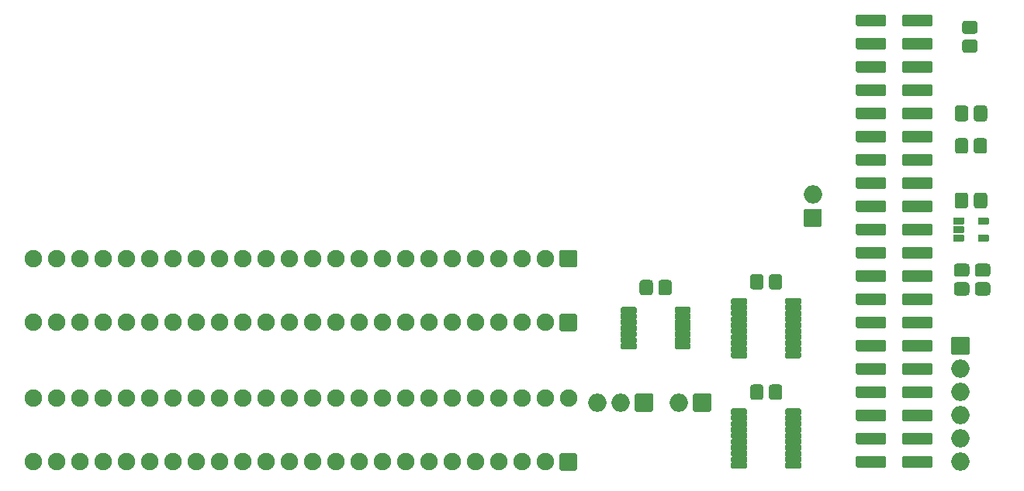
<source format=gbr>
G04 #@! TF.GenerationSoftware,KiCad,Pcbnew,(5.1.9)-1*
G04 #@! TF.CreationDate,2021-04-27T11:27:47+01:00*
G04 #@! TF.ProjectId,RGBtoHDMI Amiga Denise - solarmon - Rev 2 - TSSOP,52474274-6f48-4444-9d49-20416d696761,2 (TSSOP)*
G04 #@! TF.SameCoordinates,Original*
G04 #@! TF.FileFunction,Soldermask,Top*
G04 #@! TF.FilePolarity,Negative*
%FSLAX46Y46*%
G04 Gerber Fmt 4.6, Leading zero omitted, Abs format (unit mm)*
G04 Created by KiCad (PCBNEW (5.1.9)-1) date 2021-04-27 11:27:47*
%MOMM*%
%LPD*%
G01*
G04 APERTURE LIST*
%ADD10O,2.000000X2.000000*%
%ADD11O,1.900000X1.900000*%
%ADD12C,1.900000*%
G04 APERTURE END LIST*
G36*
G01*
X207345000Y-51254829D02*
X207345000Y-52377171D01*
G75*
G02*
X207031171Y-52691000I-313829J0D01*
G01*
X206183829Y-52691000D01*
G75*
G02*
X205870000Y-52377171I0J313829D01*
G01*
X205870000Y-51254829D01*
G75*
G02*
X206183829Y-50941000I313829J0D01*
G01*
X207031171Y-50941000D01*
G75*
G02*
X207345000Y-51254829I0J-313829D01*
G01*
G37*
G36*
G01*
X209420000Y-51254829D02*
X209420000Y-52377171D01*
G75*
G02*
X209106171Y-52691000I-313829J0D01*
G01*
X208258829Y-52691000D01*
G75*
G02*
X207945000Y-52377171I0J313829D01*
G01*
X207945000Y-51254829D01*
G75*
G02*
X208258829Y-50941000I313829J0D01*
G01*
X209106171Y-50941000D01*
G75*
G02*
X209420000Y-51254829I0J-313829D01*
G01*
G37*
G36*
G01*
X195093000Y-80891000D02*
X195093000Y-79891000D01*
G75*
G02*
X195243000Y-79741000I150000J0D01*
G01*
X198243000Y-79741000D01*
G75*
G02*
X198393000Y-79891000I0J-150000D01*
G01*
X198393000Y-80891000D01*
G75*
G02*
X198243000Y-81041000I-150000J0D01*
G01*
X195243000Y-81041000D01*
G75*
G02*
X195093000Y-80891000I0J150000D01*
G01*
G37*
G36*
G01*
X200133000Y-80891000D02*
X200133000Y-79891000D01*
G75*
G02*
X200283000Y-79741000I150000J0D01*
G01*
X203283000Y-79741000D01*
G75*
G02*
X203433000Y-79891000I0J-150000D01*
G01*
X203433000Y-80891000D01*
G75*
G02*
X203283000Y-81041000I-150000J0D01*
G01*
X200283000Y-81041000D01*
G75*
G02*
X200133000Y-80891000I0J150000D01*
G01*
G37*
G36*
G01*
X195093000Y-78351000D02*
X195093000Y-77351000D01*
G75*
G02*
X195243000Y-77201000I150000J0D01*
G01*
X198243000Y-77201000D01*
G75*
G02*
X198393000Y-77351000I0J-150000D01*
G01*
X198393000Y-78351000D01*
G75*
G02*
X198243000Y-78501000I-150000J0D01*
G01*
X195243000Y-78501000D01*
G75*
G02*
X195093000Y-78351000I0J150000D01*
G01*
G37*
G36*
G01*
X200133000Y-78351000D02*
X200133000Y-77351000D01*
G75*
G02*
X200283000Y-77201000I150000J0D01*
G01*
X203283000Y-77201000D01*
G75*
G02*
X203433000Y-77351000I0J-150000D01*
G01*
X203433000Y-78351000D01*
G75*
G02*
X203283000Y-78501000I-150000J0D01*
G01*
X200283000Y-78501000D01*
G75*
G02*
X200133000Y-78351000I0J150000D01*
G01*
G37*
G36*
G01*
X195093000Y-75811000D02*
X195093000Y-74811000D01*
G75*
G02*
X195243000Y-74661000I150000J0D01*
G01*
X198243000Y-74661000D01*
G75*
G02*
X198393000Y-74811000I0J-150000D01*
G01*
X198393000Y-75811000D01*
G75*
G02*
X198243000Y-75961000I-150000J0D01*
G01*
X195243000Y-75961000D01*
G75*
G02*
X195093000Y-75811000I0J150000D01*
G01*
G37*
G36*
G01*
X200133000Y-75811000D02*
X200133000Y-74811000D01*
G75*
G02*
X200283000Y-74661000I150000J0D01*
G01*
X203283000Y-74661000D01*
G75*
G02*
X203433000Y-74811000I0J-150000D01*
G01*
X203433000Y-75811000D01*
G75*
G02*
X203283000Y-75961000I-150000J0D01*
G01*
X200283000Y-75961000D01*
G75*
G02*
X200133000Y-75811000I0J150000D01*
G01*
G37*
G36*
G01*
X195093000Y-73271000D02*
X195093000Y-72271000D01*
G75*
G02*
X195243000Y-72121000I150000J0D01*
G01*
X198243000Y-72121000D01*
G75*
G02*
X198393000Y-72271000I0J-150000D01*
G01*
X198393000Y-73271000D01*
G75*
G02*
X198243000Y-73421000I-150000J0D01*
G01*
X195243000Y-73421000D01*
G75*
G02*
X195093000Y-73271000I0J150000D01*
G01*
G37*
G36*
G01*
X200133000Y-73271000D02*
X200133000Y-72271000D01*
G75*
G02*
X200283000Y-72121000I150000J0D01*
G01*
X203283000Y-72121000D01*
G75*
G02*
X203433000Y-72271000I0J-150000D01*
G01*
X203433000Y-73271000D01*
G75*
G02*
X203283000Y-73421000I-150000J0D01*
G01*
X200283000Y-73421000D01*
G75*
G02*
X200133000Y-73271000I0J150000D01*
G01*
G37*
G36*
G01*
X195093000Y-70731000D02*
X195093000Y-69731000D01*
G75*
G02*
X195243000Y-69581000I150000J0D01*
G01*
X198243000Y-69581000D01*
G75*
G02*
X198393000Y-69731000I0J-150000D01*
G01*
X198393000Y-70731000D01*
G75*
G02*
X198243000Y-70881000I-150000J0D01*
G01*
X195243000Y-70881000D01*
G75*
G02*
X195093000Y-70731000I0J150000D01*
G01*
G37*
G36*
G01*
X200133000Y-70731000D02*
X200133000Y-69731000D01*
G75*
G02*
X200283000Y-69581000I150000J0D01*
G01*
X203283000Y-69581000D01*
G75*
G02*
X203433000Y-69731000I0J-150000D01*
G01*
X203433000Y-70731000D01*
G75*
G02*
X203283000Y-70881000I-150000J0D01*
G01*
X200283000Y-70881000D01*
G75*
G02*
X200133000Y-70731000I0J150000D01*
G01*
G37*
G36*
G01*
X195093000Y-68191000D02*
X195093000Y-67191000D01*
G75*
G02*
X195243000Y-67041000I150000J0D01*
G01*
X198243000Y-67041000D01*
G75*
G02*
X198393000Y-67191000I0J-150000D01*
G01*
X198393000Y-68191000D01*
G75*
G02*
X198243000Y-68341000I-150000J0D01*
G01*
X195243000Y-68341000D01*
G75*
G02*
X195093000Y-68191000I0J150000D01*
G01*
G37*
G36*
G01*
X200133000Y-68191000D02*
X200133000Y-67191000D01*
G75*
G02*
X200283000Y-67041000I150000J0D01*
G01*
X203283000Y-67041000D01*
G75*
G02*
X203433000Y-67191000I0J-150000D01*
G01*
X203433000Y-68191000D01*
G75*
G02*
X203283000Y-68341000I-150000J0D01*
G01*
X200283000Y-68341000D01*
G75*
G02*
X200133000Y-68191000I0J150000D01*
G01*
G37*
G36*
G01*
X195093000Y-65651000D02*
X195093000Y-64651000D01*
G75*
G02*
X195243000Y-64501000I150000J0D01*
G01*
X198243000Y-64501000D01*
G75*
G02*
X198393000Y-64651000I0J-150000D01*
G01*
X198393000Y-65651000D01*
G75*
G02*
X198243000Y-65801000I-150000J0D01*
G01*
X195243000Y-65801000D01*
G75*
G02*
X195093000Y-65651000I0J150000D01*
G01*
G37*
G36*
G01*
X200133000Y-65651000D02*
X200133000Y-64651000D01*
G75*
G02*
X200283000Y-64501000I150000J0D01*
G01*
X203283000Y-64501000D01*
G75*
G02*
X203433000Y-64651000I0J-150000D01*
G01*
X203433000Y-65651000D01*
G75*
G02*
X203283000Y-65801000I-150000J0D01*
G01*
X200283000Y-65801000D01*
G75*
G02*
X200133000Y-65651000I0J150000D01*
G01*
G37*
G36*
G01*
X195093000Y-63111000D02*
X195093000Y-62111000D01*
G75*
G02*
X195243000Y-61961000I150000J0D01*
G01*
X198243000Y-61961000D01*
G75*
G02*
X198393000Y-62111000I0J-150000D01*
G01*
X198393000Y-63111000D01*
G75*
G02*
X198243000Y-63261000I-150000J0D01*
G01*
X195243000Y-63261000D01*
G75*
G02*
X195093000Y-63111000I0J150000D01*
G01*
G37*
G36*
G01*
X200133000Y-63111000D02*
X200133000Y-62111000D01*
G75*
G02*
X200283000Y-61961000I150000J0D01*
G01*
X203283000Y-61961000D01*
G75*
G02*
X203433000Y-62111000I0J-150000D01*
G01*
X203433000Y-63111000D01*
G75*
G02*
X203283000Y-63261000I-150000J0D01*
G01*
X200283000Y-63261000D01*
G75*
G02*
X200133000Y-63111000I0J150000D01*
G01*
G37*
G36*
G01*
X195093000Y-60571000D02*
X195093000Y-59571000D01*
G75*
G02*
X195243000Y-59421000I150000J0D01*
G01*
X198243000Y-59421000D01*
G75*
G02*
X198393000Y-59571000I0J-150000D01*
G01*
X198393000Y-60571000D01*
G75*
G02*
X198243000Y-60721000I-150000J0D01*
G01*
X195243000Y-60721000D01*
G75*
G02*
X195093000Y-60571000I0J150000D01*
G01*
G37*
G36*
G01*
X200133000Y-60571000D02*
X200133000Y-59571000D01*
G75*
G02*
X200283000Y-59421000I150000J0D01*
G01*
X203283000Y-59421000D01*
G75*
G02*
X203433000Y-59571000I0J-150000D01*
G01*
X203433000Y-60571000D01*
G75*
G02*
X203283000Y-60721000I-150000J0D01*
G01*
X200283000Y-60721000D01*
G75*
G02*
X200133000Y-60571000I0J150000D01*
G01*
G37*
G36*
G01*
X195093000Y-58031000D02*
X195093000Y-57031000D01*
G75*
G02*
X195243000Y-56881000I150000J0D01*
G01*
X198243000Y-56881000D01*
G75*
G02*
X198393000Y-57031000I0J-150000D01*
G01*
X198393000Y-58031000D01*
G75*
G02*
X198243000Y-58181000I-150000J0D01*
G01*
X195243000Y-58181000D01*
G75*
G02*
X195093000Y-58031000I0J150000D01*
G01*
G37*
G36*
G01*
X200133000Y-58031000D02*
X200133000Y-57031000D01*
G75*
G02*
X200283000Y-56881000I150000J0D01*
G01*
X203283000Y-56881000D01*
G75*
G02*
X203433000Y-57031000I0J-150000D01*
G01*
X203433000Y-58031000D01*
G75*
G02*
X203283000Y-58181000I-150000J0D01*
G01*
X200283000Y-58181000D01*
G75*
G02*
X200133000Y-58031000I0J150000D01*
G01*
G37*
G36*
G01*
X195093000Y-55491000D02*
X195093000Y-54491000D01*
G75*
G02*
X195243000Y-54341000I150000J0D01*
G01*
X198243000Y-54341000D01*
G75*
G02*
X198393000Y-54491000I0J-150000D01*
G01*
X198393000Y-55491000D01*
G75*
G02*
X198243000Y-55641000I-150000J0D01*
G01*
X195243000Y-55641000D01*
G75*
G02*
X195093000Y-55491000I0J150000D01*
G01*
G37*
G36*
G01*
X200133000Y-55491000D02*
X200133000Y-54491000D01*
G75*
G02*
X200283000Y-54341000I150000J0D01*
G01*
X203283000Y-54341000D01*
G75*
G02*
X203433000Y-54491000I0J-150000D01*
G01*
X203433000Y-55491000D01*
G75*
G02*
X203283000Y-55641000I-150000J0D01*
G01*
X200283000Y-55641000D01*
G75*
G02*
X200133000Y-55491000I0J150000D01*
G01*
G37*
G36*
G01*
X195093000Y-52951000D02*
X195093000Y-51951000D01*
G75*
G02*
X195243000Y-51801000I150000J0D01*
G01*
X198243000Y-51801000D01*
G75*
G02*
X198393000Y-51951000I0J-150000D01*
G01*
X198393000Y-52951000D01*
G75*
G02*
X198243000Y-53101000I-150000J0D01*
G01*
X195243000Y-53101000D01*
G75*
G02*
X195093000Y-52951000I0J150000D01*
G01*
G37*
G36*
G01*
X200133000Y-52951000D02*
X200133000Y-51951000D01*
G75*
G02*
X200283000Y-51801000I150000J0D01*
G01*
X203283000Y-51801000D01*
G75*
G02*
X203433000Y-51951000I0J-150000D01*
G01*
X203433000Y-52951000D01*
G75*
G02*
X203283000Y-53101000I-150000J0D01*
G01*
X200283000Y-53101000D01*
G75*
G02*
X200133000Y-52951000I0J150000D01*
G01*
G37*
G36*
G01*
X195093000Y-50411000D02*
X195093000Y-49411000D01*
G75*
G02*
X195243000Y-49261000I150000J0D01*
G01*
X198243000Y-49261000D01*
G75*
G02*
X198393000Y-49411000I0J-150000D01*
G01*
X198393000Y-50411000D01*
G75*
G02*
X198243000Y-50561000I-150000J0D01*
G01*
X195243000Y-50561000D01*
G75*
G02*
X195093000Y-50411000I0J150000D01*
G01*
G37*
G36*
G01*
X200133000Y-50411000D02*
X200133000Y-49411000D01*
G75*
G02*
X200283000Y-49261000I150000J0D01*
G01*
X203283000Y-49261000D01*
G75*
G02*
X203433000Y-49411000I0J-150000D01*
G01*
X203433000Y-50411000D01*
G75*
G02*
X203283000Y-50561000I-150000J0D01*
G01*
X200283000Y-50561000D01*
G75*
G02*
X200133000Y-50411000I0J150000D01*
G01*
G37*
G36*
G01*
X195093000Y-47871000D02*
X195093000Y-46871000D01*
G75*
G02*
X195243000Y-46721000I150000J0D01*
G01*
X198243000Y-46721000D01*
G75*
G02*
X198393000Y-46871000I0J-150000D01*
G01*
X198393000Y-47871000D01*
G75*
G02*
X198243000Y-48021000I-150000J0D01*
G01*
X195243000Y-48021000D01*
G75*
G02*
X195093000Y-47871000I0J150000D01*
G01*
G37*
G36*
G01*
X200133000Y-47871000D02*
X200133000Y-46871000D01*
G75*
G02*
X200283000Y-46721000I150000J0D01*
G01*
X203283000Y-46721000D01*
G75*
G02*
X203433000Y-46871000I0J-150000D01*
G01*
X203433000Y-47871000D01*
G75*
G02*
X203283000Y-48021000I-150000J0D01*
G01*
X200283000Y-48021000D01*
G75*
G02*
X200133000Y-47871000I0J150000D01*
G01*
G37*
G36*
G01*
X195093000Y-45331000D02*
X195093000Y-44331000D01*
G75*
G02*
X195243000Y-44181000I150000J0D01*
G01*
X198243000Y-44181000D01*
G75*
G02*
X198393000Y-44331000I0J-150000D01*
G01*
X198393000Y-45331000D01*
G75*
G02*
X198243000Y-45481000I-150000J0D01*
G01*
X195243000Y-45481000D01*
G75*
G02*
X195093000Y-45331000I0J150000D01*
G01*
G37*
G36*
G01*
X200133000Y-45331000D02*
X200133000Y-44331000D01*
G75*
G02*
X200283000Y-44181000I150000J0D01*
G01*
X203283000Y-44181000D01*
G75*
G02*
X203433000Y-44331000I0J-150000D01*
G01*
X203433000Y-45331000D01*
G75*
G02*
X203283000Y-45481000I-150000J0D01*
G01*
X200283000Y-45481000D01*
G75*
G02*
X200133000Y-45331000I0J150000D01*
G01*
G37*
G36*
G01*
X195093000Y-42791000D02*
X195093000Y-41791000D01*
G75*
G02*
X195243000Y-41641000I150000J0D01*
G01*
X198243000Y-41641000D01*
G75*
G02*
X198393000Y-41791000I0J-150000D01*
G01*
X198393000Y-42791000D01*
G75*
G02*
X198243000Y-42941000I-150000J0D01*
G01*
X195243000Y-42941000D01*
G75*
G02*
X195093000Y-42791000I0J150000D01*
G01*
G37*
G36*
G01*
X200133000Y-42791000D02*
X200133000Y-41791000D01*
G75*
G02*
X200283000Y-41641000I150000J0D01*
G01*
X203283000Y-41641000D01*
G75*
G02*
X203433000Y-41791000I0J-150000D01*
G01*
X203433000Y-42791000D01*
G75*
G02*
X203283000Y-42941000I-150000J0D01*
G01*
X200283000Y-42941000D01*
G75*
G02*
X200133000Y-42791000I0J150000D01*
G01*
G37*
G36*
G01*
X195093000Y-40251000D02*
X195093000Y-39251000D01*
G75*
G02*
X195243000Y-39101000I150000J0D01*
G01*
X198243000Y-39101000D01*
G75*
G02*
X198393000Y-39251000I0J-150000D01*
G01*
X198393000Y-40251000D01*
G75*
G02*
X198243000Y-40401000I-150000J0D01*
G01*
X195243000Y-40401000D01*
G75*
G02*
X195093000Y-40251000I0J150000D01*
G01*
G37*
G36*
G01*
X200133000Y-40251000D02*
X200133000Y-39251000D01*
G75*
G02*
X200283000Y-39101000I150000J0D01*
G01*
X203283000Y-39101000D01*
G75*
G02*
X203433000Y-39251000I0J-150000D01*
G01*
X203433000Y-40251000D01*
G75*
G02*
X203283000Y-40401000I-150000J0D01*
G01*
X200283000Y-40401000D01*
G75*
G02*
X200133000Y-40251000I0J150000D01*
G01*
G37*
G36*
G01*
X195093000Y-37711000D02*
X195093000Y-36711000D01*
G75*
G02*
X195243000Y-36561000I150000J0D01*
G01*
X198243000Y-36561000D01*
G75*
G02*
X198393000Y-36711000I0J-150000D01*
G01*
X198393000Y-37711000D01*
G75*
G02*
X198243000Y-37861000I-150000J0D01*
G01*
X195243000Y-37861000D01*
G75*
G02*
X195093000Y-37711000I0J150000D01*
G01*
G37*
G36*
G01*
X200133000Y-37711000D02*
X200133000Y-36711000D01*
G75*
G02*
X200283000Y-36561000I150000J0D01*
G01*
X203283000Y-36561000D01*
G75*
G02*
X203433000Y-36711000I0J-150000D01*
G01*
X203433000Y-37711000D01*
G75*
G02*
X203283000Y-37861000I-150000J0D01*
G01*
X200283000Y-37861000D01*
G75*
G02*
X200133000Y-37711000I0J150000D01*
G01*
G37*
G36*
G01*
X195093000Y-35171000D02*
X195093000Y-34171000D01*
G75*
G02*
X195243000Y-34021000I150000J0D01*
G01*
X198243000Y-34021000D01*
G75*
G02*
X198393000Y-34171000I0J-150000D01*
G01*
X198393000Y-35171000D01*
G75*
G02*
X198243000Y-35321000I-150000J0D01*
G01*
X195243000Y-35321000D01*
G75*
G02*
X195093000Y-35171000I0J150000D01*
G01*
G37*
G36*
G01*
X200133000Y-35171000D02*
X200133000Y-34171000D01*
G75*
G02*
X200283000Y-34021000I150000J0D01*
G01*
X203283000Y-34021000D01*
G75*
G02*
X203433000Y-34171000I0J-150000D01*
G01*
X203433000Y-35171000D01*
G75*
G02*
X203283000Y-35321000I-150000J0D01*
G01*
X200283000Y-35321000D01*
G75*
G02*
X200133000Y-35171000I0J150000D01*
G01*
G37*
G36*
G01*
X195093000Y-32631000D02*
X195093000Y-31631000D01*
G75*
G02*
X195243000Y-31481000I150000J0D01*
G01*
X198243000Y-31481000D01*
G75*
G02*
X198393000Y-31631000I0J-150000D01*
G01*
X198393000Y-32631000D01*
G75*
G02*
X198243000Y-32781000I-150000J0D01*
G01*
X195243000Y-32781000D01*
G75*
G02*
X195093000Y-32631000I0J150000D01*
G01*
G37*
G36*
G01*
X200133000Y-32631000D02*
X200133000Y-31631000D01*
G75*
G02*
X200283000Y-31481000I150000J0D01*
G01*
X203283000Y-31481000D01*
G75*
G02*
X203433000Y-31631000I0J-150000D01*
G01*
X203433000Y-32631000D01*
G75*
G02*
X203283000Y-32781000I-150000J0D01*
G01*
X200283000Y-32781000D01*
G75*
G02*
X200133000Y-32631000I0J150000D01*
G01*
G37*
D10*
X190373000Y-51181000D03*
G36*
G01*
X191373000Y-52871000D02*
X191373000Y-54571000D01*
G75*
G02*
X191223000Y-54721000I-150000J0D01*
G01*
X189523000Y-54721000D01*
G75*
G02*
X189373000Y-54571000I0J150000D01*
G01*
X189373000Y-52871000D01*
G75*
G02*
X189523000Y-52721000I150000J0D01*
G01*
X191223000Y-52721000D01*
G75*
G02*
X191373000Y-52871000I0J-150000D01*
G01*
G37*
G36*
G01*
X207345000Y-41729829D02*
X207345000Y-42852171D01*
G75*
G02*
X207031171Y-43166000I-313829J0D01*
G01*
X206183829Y-43166000D01*
G75*
G02*
X205870000Y-42852171I0J313829D01*
G01*
X205870000Y-41729829D01*
G75*
G02*
X206183829Y-41416000I313829J0D01*
G01*
X207031171Y-41416000D01*
G75*
G02*
X207345000Y-41729829I0J-313829D01*
G01*
G37*
G36*
G01*
X209420000Y-41729829D02*
X209420000Y-42852171D01*
G75*
G02*
X209106171Y-43166000I-313829J0D01*
G01*
X208258829Y-43166000D01*
G75*
G02*
X207945000Y-42852171I0J313829D01*
G01*
X207945000Y-41729829D01*
G75*
G02*
X208258829Y-41416000I313829J0D01*
G01*
X209106171Y-41416000D01*
G75*
G02*
X209420000Y-41729829I0J-313829D01*
G01*
G37*
D11*
X105283000Y-80391000D03*
X107823000Y-80391000D03*
X110363000Y-80391000D03*
X112903000Y-80391000D03*
X115443000Y-80391000D03*
X117983000Y-80391000D03*
X120523000Y-80391000D03*
X123063000Y-80391000D03*
X125603000Y-80391000D03*
X128143000Y-80391000D03*
X130683000Y-80391000D03*
X133223000Y-80391000D03*
X135763000Y-80391000D03*
X138303000Y-80391000D03*
X140843000Y-80391000D03*
X143383000Y-80391000D03*
X145923000Y-80391000D03*
X148463000Y-80391000D03*
X151003000Y-80391000D03*
X153543000Y-80391000D03*
X156083000Y-80391000D03*
X158623000Y-80391000D03*
X161163000Y-80391000D03*
G36*
G01*
X164503000Y-81341000D02*
X162903000Y-81341000D01*
G75*
G02*
X162753000Y-81191000I0J150000D01*
G01*
X162753000Y-79591000D01*
G75*
G02*
X162903000Y-79441000I150000J0D01*
G01*
X164503000Y-79441000D01*
G75*
G02*
X164653000Y-79591000I0J-150000D01*
G01*
X164653000Y-81191000D01*
G75*
G02*
X164503000Y-81341000I-150000J0D01*
G01*
G37*
X105283000Y-65151000D03*
X107823000Y-65151000D03*
X110363000Y-65151000D03*
X112903000Y-65151000D03*
X115443000Y-65151000D03*
X117983000Y-65151000D03*
X120523000Y-65151000D03*
X123063000Y-65151000D03*
X125603000Y-65151000D03*
X128143000Y-65151000D03*
X130683000Y-65151000D03*
X133223000Y-65151000D03*
X135763000Y-65151000D03*
X138303000Y-65151000D03*
X140843000Y-65151000D03*
X143383000Y-65151000D03*
X145923000Y-65151000D03*
X148463000Y-65151000D03*
X151003000Y-65151000D03*
X153543000Y-65151000D03*
X156083000Y-65151000D03*
X158623000Y-65151000D03*
X161163000Y-65151000D03*
G36*
G01*
X164503000Y-66101000D02*
X162903000Y-66101000D01*
G75*
G02*
X162753000Y-65951000I0J150000D01*
G01*
X162753000Y-64351000D01*
G75*
G02*
X162903000Y-64201000I150000J0D01*
G01*
X164503000Y-64201000D01*
G75*
G02*
X164653000Y-64351000I0J-150000D01*
G01*
X164653000Y-65951000D01*
G75*
G02*
X164503000Y-66101000I-150000J0D01*
G01*
G37*
D10*
X206502000Y-80391000D03*
X206502000Y-77851000D03*
X206502000Y-75311000D03*
X206502000Y-72771000D03*
X206502000Y-70231000D03*
G36*
G01*
X205502000Y-68541000D02*
X205502000Y-66841000D01*
G75*
G02*
X205652000Y-66691000I150000J0D01*
G01*
X207352000Y-66691000D01*
G75*
G02*
X207502000Y-66841000I0J-150000D01*
G01*
X207502000Y-68541000D01*
G75*
G02*
X207352000Y-68691000I-150000J0D01*
G01*
X205652000Y-68691000D01*
G75*
G02*
X205502000Y-68541000I0J150000D01*
G01*
G37*
G36*
G01*
X209449784Y-60152000D02*
X208380216Y-60152000D01*
G75*
G02*
X208065000Y-59836784I0J315216D01*
G01*
X208065000Y-59017216D01*
G75*
G02*
X208380216Y-58702000I315216J0D01*
G01*
X209449784Y-58702000D01*
G75*
G02*
X209765000Y-59017216I0J-315216D01*
G01*
X209765000Y-59836784D01*
G75*
G02*
X209449784Y-60152000I-315216J0D01*
G01*
G37*
G36*
G01*
X209449784Y-62202000D02*
X208380216Y-62202000D01*
G75*
G02*
X208065000Y-61886784I0J315216D01*
G01*
X208065000Y-61067216D01*
G75*
G02*
X208380216Y-60752000I315216J0D01*
G01*
X209449784Y-60752000D01*
G75*
G02*
X209765000Y-61067216I0J-315216D01*
G01*
X209765000Y-61886784D01*
G75*
G02*
X209449784Y-62202000I-315216J0D01*
G01*
G37*
G36*
G01*
X208470000Y-53671000D02*
X209520000Y-53671000D01*
G75*
G02*
X209590000Y-53741000I0J-70000D01*
G01*
X209590000Y-54341000D01*
G75*
G02*
X209520000Y-54411000I-70000J0D01*
G01*
X208470000Y-54411000D01*
G75*
G02*
X208400000Y-54341000I0J70000D01*
G01*
X208400000Y-53741000D01*
G75*
G02*
X208470000Y-53671000I70000J0D01*
G01*
G37*
G36*
G01*
X208470000Y-55571000D02*
X209520000Y-55571000D01*
G75*
G02*
X209590000Y-55641000I0J-70000D01*
G01*
X209590000Y-56241000D01*
G75*
G02*
X209520000Y-56311000I-70000J0D01*
G01*
X208470000Y-56311000D01*
G75*
G02*
X208400000Y-56241000I0J70000D01*
G01*
X208400000Y-55641000D01*
G75*
G02*
X208470000Y-55571000I70000J0D01*
G01*
G37*
G36*
G01*
X205770000Y-55571000D02*
X206820000Y-55571000D01*
G75*
G02*
X206890000Y-55641000I0J-70000D01*
G01*
X206890000Y-56241000D01*
G75*
G02*
X206820000Y-56311000I-70000J0D01*
G01*
X205770000Y-56311000D01*
G75*
G02*
X205700000Y-56241000I0J70000D01*
G01*
X205700000Y-55641000D01*
G75*
G02*
X205770000Y-55571000I70000J0D01*
G01*
G37*
G36*
G01*
X205770000Y-54621000D02*
X206820000Y-54621000D01*
G75*
G02*
X206890000Y-54691000I0J-70000D01*
G01*
X206890000Y-55291000D01*
G75*
G02*
X206820000Y-55361000I-70000J0D01*
G01*
X205770000Y-55361000D01*
G75*
G02*
X205700000Y-55291000I0J70000D01*
G01*
X205700000Y-54691000D01*
G75*
G02*
X205770000Y-54621000I70000J0D01*
G01*
G37*
G36*
G01*
X205770000Y-53671000D02*
X206820000Y-53671000D01*
G75*
G02*
X206890000Y-53741000I0J-70000D01*
G01*
X206890000Y-54341000D01*
G75*
G02*
X206820000Y-54411000I-70000J0D01*
G01*
X205770000Y-54411000D01*
G75*
G02*
X205700000Y-54341000I0J70000D01*
G01*
X205700000Y-53741000D01*
G75*
G02*
X205770000Y-53671000I70000J0D01*
G01*
G37*
G36*
G01*
X171108000Y-72914000D02*
X172808000Y-72914000D01*
G75*
G02*
X172958000Y-73064000I0J-150000D01*
G01*
X172958000Y-74764000D01*
G75*
G02*
X172808000Y-74914000I-150000J0D01*
G01*
X171108000Y-74914000D01*
G75*
G02*
X170958000Y-74764000I0J150000D01*
G01*
X170958000Y-73064000D01*
G75*
G02*
X171108000Y-72914000I150000J0D01*
G01*
G37*
X169418000Y-73914000D03*
X166878000Y-73914000D03*
X175768000Y-73914000D03*
G36*
G01*
X177458000Y-72914000D02*
X179158000Y-72914000D01*
G75*
G02*
X179308000Y-73064000I0J-150000D01*
G01*
X179308000Y-74764000D01*
G75*
G02*
X179158000Y-74914000I-150000J0D01*
G01*
X177458000Y-74914000D01*
G75*
G02*
X177308000Y-74764000I0J150000D01*
G01*
X177308000Y-73064000D01*
G75*
G02*
X177458000Y-72914000I150000J0D01*
G01*
G37*
G36*
G01*
X206094216Y-60752000D02*
X207163784Y-60752000D01*
G75*
G02*
X207479000Y-61067216I0J-315216D01*
G01*
X207479000Y-61886784D01*
G75*
G02*
X207163784Y-62202000I-315216J0D01*
G01*
X206094216Y-62202000D01*
G75*
G02*
X205779000Y-61886784I0J315216D01*
G01*
X205779000Y-61067216D01*
G75*
G02*
X206094216Y-60752000I315216J0D01*
G01*
G37*
G36*
G01*
X206094216Y-58702000D02*
X207163784Y-58702000D01*
G75*
G02*
X207479000Y-59017216I0J-315216D01*
G01*
X207479000Y-59836784D01*
G75*
G02*
X207163784Y-60152000I-315216J0D01*
G01*
X206094216Y-60152000D01*
G75*
G02*
X205779000Y-59836784I0J315216D01*
G01*
X205779000Y-59017216D01*
G75*
G02*
X206094216Y-58702000I315216J0D01*
G01*
G37*
G36*
G01*
X184993000Y-60171216D02*
X184993000Y-61240784D01*
G75*
G02*
X184677784Y-61556000I-315216J0D01*
G01*
X183858216Y-61556000D01*
G75*
G02*
X183543000Y-61240784I0J315216D01*
G01*
X183543000Y-60171216D01*
G75*
G02*
X183858216Y-59856000I315216J0D01*
G01*
X184677784Y-59856000D01*
G75*
G02*
X184993000Y-60171216I0J-315216D01*
G01*
G37*
G36*
G01*
X187043000Y-60171216D02*
X187043000Y-61240784D01*
G75*
G02*
X186727784Y-61556000I-315216J0D01*
G01*
X185908216Y-61556000D01*
G75*
G02*
X185593000Y-61240784I0J315216D01*
G01*
X185593000Y-60171216D01*
G75*
G02*
X185908216Y-59856000I315216J0D01*
G01*
X186727784Y-59856000D01*
G75*
G02*
X187043000Y-60171216I0J-315216D01*
G01*
G37*
G36*
G01*
X184993000Y-72236216D02*
X184993000Y-73305784D01*
G75*
G02*
X184677784Y-73621000I-315216J0D01*
G01*
X183858216Y-73621000D01*
G75*
G02*
X183543000Y-73305784I0J315216D01*
G01*
X183543000Y-72236216D01*
G75*
G02*
X183858216Y-71921000I315216J0D01*
G01*
X184677784Y-71921000D01*
G75*
G02*
X184993000Y-72236216I0J-315216D01*
G01*
G37*
G36*
G01*
X187043000Y-72236216D02*
X187043000Y-73305784D01*
G75*
G02*
X186727784Y-73621000I-315216J0D01*
G01*
X185908216Y-73621000D01*
G75*
G02*
X185593000Y-73305784I0J315216D01*
G01*
X185593000Y-72236216D01*
G75*
G02*
X185908216Y-71921000I315216J0D01*
G01*
X186727784Y-71921000D01*
G75*
G02*
X187043000Y-72236216I0J-315216D01*
G01*
G37*
G36*
G01*
X172928000Y-60806216D02*
X172928000Y-61875784D01*
G75*
G02*
X172612784Y-62191000I-315216J0D01*
G01*
X171793216Y-62191000D01*
G75*
G02*
X171478000Y-61875784I0J315216D01*
G01*
X171478000Y-60806216D01*
G75*
G02*
X171793216Y-60491000I315216J0D01*
G01*
X172612784Y-60491000D01*
G75*
G02*
X172928000Y-60806216I0J-315216D01*
G01*
G37*
G36*
G01*
X174978000Y-60806216D02*
X174978000Y-61875784D01*
G75*
G02*
X174662784Y-62191000I-315216J0D01*
G01*
X173843216Y-62191000D01*
G75*
G02*
X173528000Y-61875784I0J315216D01*
G01*
X173528000Y-60806216D01*
G75*
G02*
X173843216Y-60491000I315216J0D01*
G01*
X174662784Y-60491000D01*
G75*
G02*
X174978000Y-60806216I0J-315216D01*
G01*
G37*
G36*
G01*
X169403000Y-64061000D02*
X169403000Y-63611000D01*
G75*
G02*
X169553000Y-63461000I150000J0D01*
G01*
X171003000Y-63461000D01*
G75*
G02*
X171153000Y-63611000I0J-150000D01*
G01*
X171153000Y-64061000D01*
G75*
G02*
X171003000Y-64211000I-150000J0D01*
G01*
X169553000Y-64211000D01*
G75*
G02*
X169403000Y-64061000I0J150000D01*
G01*
G37*
G36*
G01*
X169403000Y-64711000D02*
X169403000Y-64261000D01*
G75*
G02*
X169553000Y-64111000I150000J0D01*
G01*
X171003000Y-64111000D01*
G75*
G02*
X171153000Y-64261000I0J-150000D01*
G01*
X171153000Y-64711000D01*
G75*
G02*
X171003000Y-64861000I-150000J0D01*
G01*
X169553000Y-64861000D01*
G75*
G02*
X169403000Y-64711000I0J150000D01*
G01*
G37*
G36*
G01*
X169403000Y-65361000D02*
X169403000Y-64911000D01*
G75*
G02*
X169553000Y-64761000I150000J0D01*
G01*
X171003000Y-64761000D01*
G75*
G02*
X171153000Y-64911000I0J-150000D01*
G01*
X171153000Y-65361000D01*
G75*
G02*
X171003000Y-65511000I-150000J0D01*
G01*
X169553000Y-65511000D01*
G75*
G02*
X169403000Y-65361000I0J150000D01*
G01*
G37*
G36*
G01*
X169403000Y-66011000D02*
X169403000Y-65561000D01*
G75*
G02*
X169553000Y-65411000I150000J0D01*
G01*
X171003000Y-65411000D01*
G75*
G02*
X171153000Y-65561000I0J-150000D01*
G01*
X171153000Y-66011000D01*
G75*
G02*
X171003000Y-66161000I-150000J0D01*
G01*
X169553000Y-66161000D01*
G75*
G02*
X169403000Y-66011000I0J150000D01*
G01*
G37*
G36*
G01*
X169403000Y-66661000D02*
X169403000Y-66211000D01*
G75*
G02*
X169553000Y-66061000I150000J0D01*
G01*
X171003000Y-66061000D01*
G75*
G02*
X171153000Y-66211000I0J-150000D01*
G01*
X171153000Y-66661000D01*
G75*
G02*
X171003000Y-66811000I-150000J0D01*
G01*
X169553000Y-66811000D01*
G75*
G02*
X169403000Y-66661000I0J150000D01*
G01*
G37*
G36*
G01*
X169403000Y-67311000D02*
X169403000Y-66861000D01*
G75*
G02*
X169553000Y-66711000I150000J0D01*
G01*
X171003000Y-66711000D01*
G75*
G02*
X171153000Y-66861000I0J-150000D01*
G01*
X171153000Y-67311000D01*
G75*
G02*
X171003000Y-67461000I-150000J0D01*
G01*
X169553000Y-67461000D01*
G75*
G02*
X169403000Y-67311000I0J150000D01*
G01*
G37*
G36*
G01*
X169403000Y-67961000D02*
X169403000Y-67511000D01*
G75*
G02*
X169553000Y-67361000I150000J0D01*
G01*
X171003000Y-67361000D01*
G75*
G02*
X171153000Y-67511000I0J-150000D01*
G01*
X171153000Y-67961000D01*
G75*
G02*
X171003000Y-68111000I-150000J0D01*
G01*
X169553000Y-68111000D01*
G75*
G02*
X169403000Y-67961000I0J150000D01*
G01*
G37*
G36*
G01*
X175303000Y-67961000D02*
X175303000Y-67511000D01*
G75*
G02*
X175453000Y-67361000I150000J0D01*
G01*
X176903000Y-67361000D01*
G75*
G02*
X177053000Y-67511000I0J-150000D01*
G01*
X177053000Y-67961000D01*
G75*
G02*
X176903000Y-68111000I-150000J0D01*
G01*
X175453000Y-68111000D01*
G75*
G02*
X175303000Y-67961000I0J150000D01*
G01*
G37*
G36*
G01*
X175303000Y-67311000D02*
X175303000Y-66861000D01*
G75*
G02*
X175453000Y-66711000I150000J0D01*
G01*
X176903000Y-66711000D01*
G75*
G02*
X177053000Y-66861000I0J-150000D01*
G01*
X177053000Y-67311000D01*
G75*
G02*
X176903000Y-67461000I-150000J0D01*
G01*
X175453000Y-67461000D01*
G75*
G02*
X175303000Y-67311000I0J150000D01*
G01*
G37*
G36*
G01*
X175303000Y-66661000D02*
X175303000Y-66211000D01*
G75*
G02*
X175453000Y-66061000I150000J0D01*
G01*
X176903000Y-66061000D01*
G75*
G02*
X177053000Y-66211000I0J-150000D01*
G01*
X177053000Y-66661000D01*
G75*
G02*
X176903000Y-66811000I-150000J0D01*
G01*
X175453000Y-66811000D01*
G75*
G02*
X175303000Y-66661000I0J150000D01*
G01*
G37*
G36*
G01*
X175303000Y-66011000D02*
X175303000Y-65561000D01*
G75*
G02*
X175453000Y-65411000I150000J0D01*
G01*
X176903000Y-65411000D01*
G75*
G02*
X177053000Y-65561000I0J-150000D01*
G01*
X177053000Y-66011000D01*
G75*
G02*
X176903000Y-66161000I-150000J0D01*
G01*
X175453000Y-66161000D01*
G75*
G02*
X175303000Y-66011000I0J150000D01*
G01*
G37*
G36*
G01*
X175303000Y-65361000D02*
X175303000Y-64911000D01*
G75*
G02*
X175453000Y-64761000I150000J0D01*
G01*
X176903000Y-64761000D01*
G75*
G02*
X177053000Y-64911000I0J-150000D01*
G01*
X177053000Y-65361000D01*
G75*
G02*
X176903000Y-65511000I-150000J0D01*
G01*
X175453000Y-65511000D01*
G75*
G02*
X175303000Y-65361000I0J150000D01*
G01*
G37*
G36*
G01*
X175303000Y-64711000D02*
X175303000Y-64261000D01*
G75*
G02*
X175453000Y-64111000I150000J0D01*
G01*
X176903000Y-64111000D01*
G75*
G02*
X177053000Y-64261000I0J-150000D01*
G01*
X177053000Y-64711000D01*
G75*
G02*
X176903000Y-64861000I-150000J0D01*
G01*
X175453000Y-64861000D01*
G75*
G02*
X175303000Y-64711000I0J150000D01*
G01*
G37*
G36*
G01*
X175303000Y-64061000D02*
X175303000Y-63611000D01*
G75*
G02*
X175453000Y-63461000I150000J0D01*
G01*
X176903000Y-63461000D01*
G75*
G02*
X177053000Y-63611000I0J-150000D01*
G01*
X177053000Y-64061000D01*
G75*
G02*
X176903000Y-64211000I-150000J0D01*
G01*
X175453000Y-64211000D01*
G75*
G02*
X175303000Y-64061000I0J150000D01*
G01*
G37*
G36*
G01*
X187368000Y-75151000D02*
X187368000Y-74701000D01*
G75*
G02*
X187518000Y-74551000I150000J0D01*
G01*
X188968000Y-74551000D01*
G75*
G02*
X189118000Y-74701000I0J-150000D01*
G01*
X189118000Y-75151000D01*
G75*
G02*
X188968000Y-75301000I-150000J0D01*
G01*
X187518000Y-75301000D01*
G75*
G02*
X187368000Y-75151000I0J150000D01*
G01*
G37*
G36*
G01*
X187368000Y-75801000D02*
X187368000Y-75351000D01*
G75*
G02*
X187518000Y-75201000I150000J0D01*
G01*
X188968000Y-75201000D01*
G75*
G02*
X189118000Y-75351000I0J-150000D01*
G01*
X189118000Y-75801000D01*
G75*
G02*
X188968000Y-75951000I-150000J0D01*
G01*
X187518000Y-75951000D01*
G75*
G02*
X187368000Y-75801000I0J150000D01*
G01*
G37*
G36*
G01*
X187368000Y-76451000D02*
X187368000Y-76001000D01*
G75*
G02*
X187518000Y-75851000I150000J0D01*
G01*
X188968000Y-75851000D01*
G75*
G02*
X189118000Y-76001000I0J-150000D01*
G01*
X189118000Y-76451000D01*
G75*
G02*
X188968000Y-76601000I-150000J0D01*
G01*
X187518000Y-76601000D01*
G75*
G02*
X187368000Y-76451000I0J150000D01*
G01*
G37*
G36*
G01*
X187368000Y-77101000D02*
X187368000Y-76651000D01*
G75*
G02*
X187518000Y-76501000I150000J0D01*
G01*
X188968000Y-76501000D01*
G75*
G02*
X189118000Y-76651000I0J-150000D01*
G01*
X189118000Y-77101000D01*
G75*
G02*
X188968000Y-77251000I-150000J0D01*
G01*
X187518000Y-77251000D01*
G75*
G02*
X187368000Y-77101000I0J150000D01*
G01*
G37*
G36*
G01*
X187368000Y-77751000D02*
X187368000Y-77301000D01*
G75*
G02*
X187518000Y-77151000I150000J0D01*
G01*
X188968000Y-77151000D01*
G75*
G02*
X189118000Y-77301000I0J-150000D01*
G01*
X189118000Y-77751000D01*
G75*
G02*
X188968000Y-77901000I-150000J0D01*
G01*
X187518000Y-77901000D01*
G75*
G02*
X187368000Y-77751000I0J150000D01*
G01*
G37*
G36*
G01*
X187368000Y-78401000D02*
X187368000Y-77951000D01*
G75*
G02*
X187518000Y-77801000I150000J0D01*
G01*
X188968000Y-77801000D01*
G75*
G02*
X189118000Y-77951000I0J-150000D01*
G01*
X189118000Y-78401000D01*
G75*
G02*
X188968000Y-78551000I-150000J0D01*
G01*
X187518000Y-78551000D01*
G75*
G02*
X187368000Y-78401000I0J150000D01*
G01*
G37*
G36*
G01*
X187368000Y-79051000D02*
X187368000Y-78601000D01*
G75*
G02*
X187518000Y-78451000I150000J0D01*
G01*
X188968000Y-78451000D01*
G75*
G02*
X189118000Y-78601000I0J-150000D01*
G01*
X189118000Y-79051000D01*
G75*
G02*
X188968000Y-79201000I-150000J0D01*
G01*
X187518000Y-79201000D01*
G75*
G02*
X187368000Y-79051000I0J150000D01*
G01*
G37*
G36*
G01*
X187368000Y-79701000D02*
X187368000Y-79251000D01*
G75*
G02*
X187518000Y-79101000I150000J0D01*
G01*
X188968000Y-79101000D01*
G75*
G02*
X189118000Y-79251000I0J-150000D01*
G01*
X189118000Y-79701000D01*
G75*
G02*
X188968000Y-79851000I-150000J0D01*
G01*
X187518000Y-79851000D01*
G75*
G02*
X187368000Y-79701000I0J150000D01*
G01*
G37*
G36*
G01*
X187368000Y-80351000D02*
X187368000Y-79901000D01*
G75*
G02*
X187518000Y-79751000I150000J0D01*
G01*
X188968000Y-79751000D01*
G75*
G02*
X189118000Y-79901000I0J-150000D01*
G01*
X189118000Y-80351000D01*
G75*
G02*
X188968000Y-80501000I-150000J0D01*
G01*
X187518000Y-80501000D01*
G75*
G02*
X187368000Y-80351000I0J150000D01*
G01*
G37*
G36*
G01*
X187368000Y-81001000D02*
X187368000Y-80551000D01*
G75*
G02*
X187518000Y-80401000I150000J0D01*
G01*
X188968000Y-80401000D01*
G75*
G02*
X189118000Y-80551000I0J-150000D01*
G01*
X189118000Y-81001000D01*
G75*
G02*
X188968000Y-81151000I-150000J0D01*
G01*
X187518000Y-81151000D01*
G75*
G02*
X187368000Y-81001000I0J150000D01*
G01*
G37*
G36*
G01*
X181468000Y-81001000D02*
X181468000Y-80551000D01*
G75*
G02*
X181618000Y-80401000I150000J0D01*
G01*
X183068000Y-80401000D01*
G75*
G02*
X183218000Y-80551000I0J-150000D01*
G01*
X183218000Y-81001000D01*
G75*
G02*
X183068000Y-81151000I-150000J0D01*
G01*
X181618000Y-81151000D01*
G75*
G02*
X181468000Y-81001000I0J150000D01*
G01*
G37*
G36*
G01*
X181468000Y-80351000D02*
X181468000Y-79901000D01*
G75*
G02*
X181618000Y-79751000I150000J0D01*
G01*
X183068000Y-79751000D01*
G75*
G02*
X183218000Y-79901000I0J-150000D01*
G01*
X183218000Y-80351000D01*
G75*
G02*
X183068000Y-80501000I-150000J0D01*
G01*
X181618000Y-80501000D01*
G75*
G02*
X181468000Y-80351000I0J150000D01*
G01*
G37*
G36*
G01*
X181468000Y-79701000D02*
X181468000Y-79251000D01*
G75*
G02*
X181618000Y-79101000I150000J0D01*
G01*
X183068000Y-79101000D01*
G75*
G02*
X183218000Y-79251000I0J-150000D01*
G01*
X183218000Y-79701000D01*
G75*
G02*
X183068000Y-79851000I-150000J0D01*
G01*
X181618000Y-79851000D01*
G75*
G02*
X181468000Y-79701000I0J150000D01*
G01*
G37*
G36*
G01*
X181468000Y-79051000D02*
X181468000Y-78601000D01*
G75*
G02*
X181618000Y-78451000I150000J0D01*
G01*
X183068000Y-78451000D01*
G75*
G02*
X183218000Y-78601000I0J-150000D01*
G01*
X183218000Y-79051000D01*
G75*
G02*
X183068000Y-79201000I-150000J0D01*
G01*
X181618000Y-79201000D01*
G75*
G02*
X181468000Y-79051000I0J150000D01*
G01*
G37*
G36*
G01*
X181468000Y-78401000D02*
X181468000Y-77951000D01*
G75*
G02*
X181618000Y-77801000I150000J0D01*
G01*
X183068000Y-77801000D01*
G75*
G02*
X183218000Y-77951000I0J-150000D01*
G01*
X183218000Y-78401000D01*
G75*
G02*
X183068000Y-78551000I-150000J0D01*
G01*
X181618000Y-78551000D01*
G75*
G02*
X181468000Y-78401000I0J150000D01*
G01*
G37*
G36*
G01*
X181468000Y-77751000D02*
X181468000Y-77301000D01*
G75*
G02*
X181618000Y-77151000I150000J0D01*
G01*
X183068000Y-77151000D01*
G75*
G02*
X183218000Y-77301000I0J-150000D01*
G01*
X183218000Y-77751000D01*
G75*
G02*
X183068000Y-77901000I-150000J0D01*
G01*
X181618000Y-77901000D01*
G75*
G02*
X181468000Y-77751000I0J150000D01*
G01*
G37*
G36*
G01*
X181468000Y-77101000D02*
X181468000Y-76651000D01*
G75*
G02*
X181618000Y-76501000I150000J0D01*
G01*
X183068000Y-76501000D01*
G75*
G02*
X183218000Y-76651000I0J-150000D01*
G01*
X183218000Y-77101000D01*
G75*
G02*
X183068000Y-77251000I-150000J0D01*
G01*
X181618000Y-77251000D01*
G75*
G02*
X181468000Y-77101000I0J150000D01*
G01*
G37*
G36*
G01*
X181468000Y-76451000D02*
X181468000Y-76001000D01*
G75*
G02*
X181618000Y-75851000I150000J0D01*
G01*
X183068000Y-75851000D01*
G75*
G02*
X183218000Y-76001000I0J-150000D01*
G01*
X183218000Y-76451000D01*
G75*
G02*
X183068000Y-76601000I-150000J0D01*
G01*
X181618000Y-76601000D01*
G75*
G02*
X181468000Y-76451000I0J150000D01*
G01*
G37*
G36*
G01*
X181468000Y-75801000D02*
X181468000Y-75351000D01*
G75*
G02*
X181618000Y-75201000I150000J0D01*
G01*
X183068000Y-75201000D01*
G75*
G02*
X183218000Y-75351000I0J-150000D01*
G01*
X183218000Y-75801000D01*
G75*
G02*
X183068000Y-75951000I-150000J0D01*
G01*
X181618000Y-75951000D01*
G75*
G02*
X181468000Y-75801000I0J150000D01*
G01*
G37*
G36*
G01*
X181468000Y-75151000D02*
X181468000Y-74701000D01*
G75*
G02*
X181618000Y-74551000I150000J0D01*
G01*
X183068000Y-74551000D01*
G75*
G02*
X183218000Y-74701000I0J-150000D01*
G01*
X183218000Y-75151000D01*
G75*
G02*
X183068000Y-75301000I-150000J0D01*
G01*
X181618000Y-75301000D01*
G75*
G02*
X181468000Y-75151000I0J150000D01*
G01*
G37*
G36*
G01*
X181468000Y-63086000D02*
X181468000Y-62636000D01*
G75*
G02*
X181618000Y-62486000I150000J0D01*
G01*
X183068000Y-62486000D01*
G75*
G02*
X183218000Y-62636000I0J-150000D01*
G01*
X183218000Y-63086000D01*
G75*
G02*
X183068000Y-63236000I-150000J0D01*
G01*
X181618000Y-63236000D01*
G75*
G02*
X181468000Y-63086000I0J150000D01*
G01*
G37*
G36*
G01*
X181468000Y-63736000D02*
X181468000Y-63286000D01*
G75*
G02*
X181618000Y-63136000I150000J0D01*
G01*
X183068000Y-63136000D01*
G75*
G02*
X183218000Y-63286000I0J-150000D01*
G01*
X183218000Y-63736000D01*
G75*
G02*
X183068000Y-63886000I-150000J0D01*
G01*
X181618000Y-63886000D01*
G75*
G02*
X181468000Y-63736000I0J150000D01*
G01*
G37*
G36*
G01*
X181468000Y-64386000D02*
X181468000Y-63936000D01*
G75*
G02*
X181618000Y-63786000I150000J0D01*
G01*
X183068000Y-63786000D01*
G75*
G02*
X183218000Y-63936000I0J-150000D01*
G01*
X183218000Y-64386000D01*
G75*
G02*
X183068000Y-64536000I-150000J0D01*
G01*
X181618000Y-64536000D01*
G75*
G02*
X181468000Y-64386000I0J150000D01*
G01*
G37*
G36*
G01*
X181468000Y-65036000D02*
X181468000Y-64586000D01*
G75*
G02*
X181618000Y-64436000I150000J0D01*
G01*
X183068000Y-64436000D01*
G75*
G02*
X183218000Y-64586000I0J-150000D01*
G01*
X183218000Y-65036000D01*
G75*
G02*
X183068000Y-65186000I-150000J0D01*
G01*
X181618000Y-65186000D01*
G75*
G02*
X181468000Y-65036000I0J150000D01*
G01*
G37*
G36*
G01*
X181468000Y-65686000D02*
X181468000Y-65236000D01*
G75*
G02*
X181618000Y-65086000I150000J0D01*
G01*
X183068000Y-65086000D01*
G75*
G02*
X183218000Y-65236000I0J-150000D01*
G01*
X183218000Y-65686000D01*
G75*
G02*
X183068000Y-65836000I-150000J0D01*
G01*
X181618000Y-65836000D01*
G75*
G02*
X181468000Y-65686000I0J150000D01*
G01*
G37*
G36*
G01*
X181468000Y-66336000D02*
X181468000Y-65886000D01*
G75*
G02*
X181618000Y-65736000I150000J0D01*
G01*
X183068000Y-65736000D01*
G75*
G02*
X183218000Y-65886000I0J-150000D01*
G01*
X183218000Y-66336000D01*
G75*
G02*
X183068000Y-66486000I-150000J0D01*
G01*
X181618000Y-66486000D01*
G75*
G02*
X181468000Y-66336000I0J150000D01*
G01*
G37*
G36*
G01*
X181468000Y-66986000D02*
X181468000Y-66536000D01*
G75*
G02*
X181618000Y-66386000I150000J0D01*
G01*
X183068000Y-66386000D01*
G75*
G02*
X183218000Y-66536000I0J-150000D01*
G01*
X183218000Y-66986000D01*
G75*
G02*
X183068000Y-67136000I-150000J0D01*
G01*
X181618000Y-67136000D01*
G75*
G02*
X181468000Y-66986000I0J150000D01*
G01*
G37*
G36*
G01*
X181468000Y-67636000D02*
X181468000Y-67186000D01*
G75*
G02*
X181618000Y-67036000I150000J0D01*
G01*
X183068000Y-67036000D01*
G75*
G02*
X183218000Y-67186000I0J-150000D01*
G01*
X183218000Y-67636000D01*
G75*
G02*
X183068000Y-67786000I-150000J0D01*
G01*
X181618000Y-67786000D01*
G75*
G02*
X181468000Y-67636000I0J150000D01*
G01*
G37*
G36*
G01*
X181468000Y-68286000D02*
X181468000Y-67836000D01*
G75*
G02*
X181618000Y-67686000I150000J0D01*
G01*
X183068000Y-67686000D01*
G75*
G02*
X183218000Y-67836000I0J-150000D01*
G01*
X183218000Y-68286000D01*
G75*
G02*
X183068000Y-68436000I-150000J0D01*
G01*
X181618000Y-68436000D01*
G75*
G02*
X181468000Y-68286000I0J150000D01*
G01*
G37*
G36*
G01*
X181468000Y-68936000D02*
X181468000Y-68486000D01*
G75*
G02*
X181618000Y-68336000I150000J0D01*
G01*
X183068000Y-68336000D01*
G75*
G02*
X183218000Y-68486000I0J-150000D01*
G01*
X183218000Y-68936000D01*
G75*
G02*
X183068000Y-69086000I-150000J0D01*
G01*
X181618000Y-69086000D01*
G75*
G02*
X181468000Y-68936000I0J150000D01*
G01*
G37*
G36*
G01*
X187368000Y-68936000D02*
X187368000Y-68486000D01*
G75*
G02*
X187518000Y-68336000I150000J0D01*
G01*
X188968000Y-68336000D01*
G75*
G02*
X189118000Y-68486000I0J-150000D01*
G01*
X189118000Y-68936000D01*
G75*
G02*
X188968000Y-69086000I-150000J0D01*
G01*
X187518000Y-69086000D01*
G75*
G02*
X187368000Y-68936000I0J150000D01*
G01*
G37*
G36*
G01*
X187368000Y-68286000D02*
X187368000Y-67836000D01*
G75*
G02*
X187518000Y-67686000I150000J0D01*
G01*
X188968000Y-67686000D01*
G75*
G02*
X189118000Y-67836000I0J-150000D01*
G01*
X189118000Y-68286000D01*
G75*
G02*
X188968000Y-68436000I-150000J0D01*
G01*
X187518000Y-68436000D01*
G75*
G02*
X187368000Y-68286000I0J150000D01*
G01*
G37*
G36*
G01*
X187368000Y-67636000D02*
X187368000Y-67186000D01*
G75*
G02*
X187518000Y-67036000I150000J0D01*
G01*
X188968000Y-67036000D01*
G75*
G02*
X189118000Y-67186000I0J-150000D01*
G01*
X189118000Y-67636000D01*
G75*
G02*
X188968000Y-67786000I-150000J0D01*
G01*
X187518000Y-67786000D01*
G75*
G02*
X187368000Y-67636000I0J150000D01*
G01*
G37*
G36*
G01*
X187368000Y-66986000D02*
X187368000Y-66536000D01*
G75*
G02*
X187518000Y-66386000I150000J0D01*
G01*
X188968000Y-66386000D01*
G75*
G02*
X189118000Y-66536000I0J-150000D01*
G01*
X189118000Y-66986000D01*
G75*
G02*
X188968000Y-67136000I-150000J0D01*
G01*
X187518000Y-67136000D01*
G75*
G02*
X187368000Y-66986000I0J150000D01*
G01*
G37*
G36*
G01*
X187368000Y-66336000D02*
X187368000Y-65886000D01*
G75*
G02*
X187518000Y-65736000I150000J0D01*
G01*
X188968000Y-65736000D01*
G75*
G02*
X189118000Y-65886000I0J-150000D01*
G01*
X189118000Y-66336000D01*
G75*
G02*
X188968000Y-66486000I-150000J0D01*
G01*
X187518000Y-66486000D01*
G75*
G02*
X187368000Y-66336000I0J150000D01*
G01*
G37*
G36*
G01*
X187368000Y-65686000D02*
X187368000Y-65236000D01*
G75*
G02*
X187518000Y-65086000I150000J0D01*
G01*
X188968000Y-65086000D01*
G75*
G02*
X189118000Y-65236000I0J-150000D01*
G01*
X189118000Y-65686000D01*
G75*
G02*
X188968000Y-65836000I-150000J0D01*
G01*
X187518000Y-65836000D01*
G75*
G02*
X187368000Y-65686000I0J150000D01*
G01*
G37*
G36*
G01*
X187368000Y-65036000D02*
X187368000Y-64586000D01*
G75*
G02*
X187518000Y-64436000I150000J0D01*
G01*
X188968000Y-64436000D01*
G75*
G02*
X189118000Y-64586000I0J-150000D01*
G01*
X189118000Y-65036000D01*
G75*
G02*
X188968000Y-65186000I-150000J0D01*
G01*
X187518000Y-65186000D01*
G75*
G02*
X187368000Y-65036000I0J150000D01*
G01*
G37*
G36*
G01*
X187368000Y-64386000D02*
X187368000Y-63936000D01*
G75*
G02*
X187518000Y-63786000I150000J0D01*
G01*
X188968000Y-63786000D01*
G75*
G02*
X189118000Y-63936000I0J-150000D01*
G01*
X189118000Y-64386000D01*
G75*
G02*
X188968000Y-64536000I-150000J0D01*
G01*
X187518000Y-64536000D01*
G75*
G02*
X187368000Y-64386000I0J150000D01*
G01*
G37*
G36*
G01*
X187368000Y-63736000D02*
X187368000Y-63286000D01*
G75*
G02*
X187518000Y-63136000I150000J0D01*
G01*
X188968000Y-63136000D01*
G75*
G02*
X189118000Y-63286000I0J-150000D01*
G01*
X189118000Y-63736000D01*
G75*
G02*
X188968000Y-63886000I-150000J0D01*
G01*
X187518000Y-63886000D01*
G75*
G02*
X187368000Y-63736000I0J150000D01*
G01*
G37*
G36*
G01*
X187368000Y-63086000D02*
X187368000Y-62636000D01*
G75*
G02*
X187518000Y-62486000I150000J0D01*
G01*
X188968000Y-62486000D01*
G75*
G02*
X189118000Y-62636000I0J-150000D01*
G01*
X189118000Y-63086000D01*
G75*
G02*
X188968000Y-63236000I-150000J0D01*
G01*
X187518000Y-63236000D01*
G75*
G02*
X187368000Y-63086000I0J150000D01*
G01*
G37*
G36*
G01*
X206983216Y-32159000D02*
X208052784Y-32159000D01*
G75*
G02*
X208368000Y-32474216I0J-315216D01*
G01*
X208368000Y-33293784D01*
G75*
G02*
X208052784Y-33609000I-315216J0D01*
G01*
X206983216Y-33609000D01*
G75*
G02*
X206668000Y-33293784I0J315216D01*
G01*
X206668000Y-32474216D01*
G75*
G02*
X206983216Y-32159000I315216J0D01*
G01*
G37*
G36*
G01*
X206983216Y-34209000D02*
X208052784Y-34209000D01*
G75*
G02*
X208368000Y-34524216I0J-315216D01*
G01*
X208368000Y-35343784D01*
G75*
G02*
X208052784Y-35659000I-315216J0D01*
G01*
X206983216Y-35659000D01*
G75*
G02*
X206668000Y-35343784I0J315216D01*
G01*
X206668000Y-34524216D01*
G75*
G02*
X206983216Y-34209000I315216J0D01*
G01*
G37*
G36*
G01*
X205895000Y-46381784D02*
X205895000Y-45312216D01*
G75*
G02*
X206210216Y-44997000I315216J0D01*
G01*
X207029784Y-44997000D01*
G75*
G02*
X207345000Y-45312216I0J-315216D01*
G01*
X207345000Y-46381784D01*
G75*
G02*
X207029784Y-46697000I-315216J0D01*
G01*
X206210216Y-46697000D01*
G75*
G02*
X205895000Y-46381784I0J315216D01*
G01*
G37*
G36*
G01*
X207945000Y-46381784D02*
X207945000Y-45312216D01*
G75*
G02*
X208260216Y-44997000I315216J0D01*
G01*
X209079784Y-44997000D01*
G75*
G02*
X209395000Y-45312216I0J-315216D01*
G01*
X209395000Y-46381784D01*
G75*
G02*
X209079784Y-46697000I-315216J0D01*
G01*
X208260216Y-46697000D01*
G75*
G02*
X207945000Y-46381784I0J315216D01*
G01*
G37*
G36*
G01*
X162903000Y-57216000D02*
X164503000Y-57216000D01*
G75*
G02*
X164653000Y-57366000I0J-150000D01*
G01*
X164653000Y-58966000D01*
G75*
G02*
X164503000Y-59116000I-150000J0D01*
G01*
X162903000Y-59116000D01*
G75*
G02*
X162753000Y-58966000I0J150000D01*
G01*
X162753000Y-57366000D01*
G75*
G02*
X162903000Y-57216000I150000J0D01*
G01*
G37*
D11*
X135763000Y-73406000D03*
X161163000Y-58166000D03*
X138303000Y-73406000D03*
X158623000Y-58166000D03*
X140843000Y-73406000D03*
X156083000Y-58166000D03*
X143383000Y-73406000D03*
X153543000Y-58166000D03*
X145923000Y-73406000D03*
X151003000Y-58166000D03*
X148463000Y-73406000D03*
X148463000Y-58166000D03*
X151003000Y-73406000D03*
X145923000Y-58166000D03*
X153543000Y-73406000D03*
X143383000Y-58166000D03*
X156083000Y-73406000D03*
X140843000Y-58166000D03*
X158623000Y-73406000D03*
X138303000Y-58166000D03*
X161163000Y-73406000D03*
X135763000Y-58166000D03*
X163703000Y-73406000D03*
D12*
X133223000Y-58166000D03*
D11*
X105283000Y-73406000D03*
X130683000Y-58166000D03*
X107823000Y-73406000D03*
X128143000Y-58166000D03*
X110363000Y-73406000D03*
X125603000Y-58166000D03*
X112903000Y-73406000D03*
X123063000Y-58166000D03*
X115443000Y-73406000D03*
X120523000Y-58166000D03*
X117983000Y-73406000D03*
X117983000Y-58166000D03*
X120523000Y-73406000D03*
X115443000Y-58166000D03*
X123063000Y-73406000D03*
X112903000Y-58166000D03*
X125603000Y-73406000D03*
X110363000Y-58166000D03*
X128143000Y-73406000D03*
X107823000Y-58166000D03*
X130683000Y-73406000D03*
X105283000Y-58166000D03*
X133223000Y-73406000D03*
M02*

</source>
